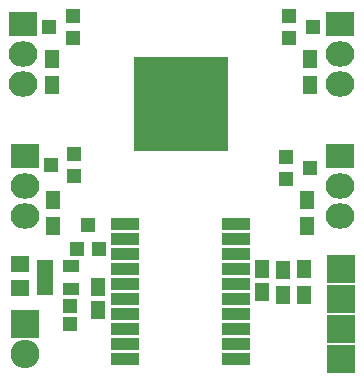
<source format=gbs>
G04 #@! TF.FileFunction,Soldermask,Bot*
%FSLAX46Y46*%
G04 Gerber Fmt 4.6, Leading zero omitted, Abs format (unit mm)*
G04 Created by KiCad (PCBNEW 4.0.2+dfsg1-stable) date Sat 12 Nov 2016 15:30:04 AEDT*
%MOMM*%
G01*
G04 APERTURE LIST*
%ADD10C,0.100000*%
%ADD11R,1.460000X1.050000*%
%ADD12R,1.150000X1.600000*%
%ADD13R,1.200100X1.200100*%
%ADD14R,2.432000X2.127200*%
%ADD15O,2.432000X2.127200*%
%ADD16R,2.350000X1.000000*%
%ADD17R,2.432000X2.432000*%
%ADD18O,2.432000X2.432000*%
%ADD19R,1.300000X1.600000*%
%ADD20R,2.400000X2.400000*%
%ADD21R,8.020000X8.020000*%
%ADD22R,1.650000X1.400000*%
%ADD23R,1.150000X1.200000*%
G04 APERTURE END LIST*
D10*
D11*
X192448000Y-119695000D03*
X192448000Y-118745000D03*
X192448000Y-117795000D03*
X194648000Y-117795000D03*
X194648000Y-119695000D03*
D12*
X196977000Y-121473000D03*
X196977000Y-119573000D03*
D13*
X194929760Y-108270000D03*
X194929760Y-110170000D03*
X192930780Y-109220000D03*
X197038000Y-116316760D03*
X195138000Y-116316760D03*
X196088000Y-114317780D03*
D14*
X190750000Y-108450000D03*
D15*
X190750000Y-110990000D03*
X190750000Y-113530000D03*
D16*
X208600000Y-114235000D03*
X208600000Y-115505000D03*
X208600000Y-116775000D03*
X208600000Y-118045000D03*
X208600000Y-119315000D03*
X208600000Y-120585000D03*
X208600000Y-121855000D03*
X208600000Y-123125000D03*
X208600000Y-124395000D03*
X208600000Y-125665000D03*
X199200000Y-125665000D03*
X199200000Y-124395000D03*
X199200000Y-123125000D03*
X199200000Y-121855000D03*
X199200000Y-120585000D03*
X199200000Y-119315000D03*
X199200000Y-118045000D03*
X199200000Y-116775000D03*
X199200000Y-115505000D03*
X199200000Y-114235000D03*
D13*
X213121240Y-98486000D03*
X213121240Y-96586000D03*
X215120220Y-97536000D03*
D17*
X190754000Y-122682000D03*
D18*
X190754000Y-125222000D03*
D12*
X210820000Y-119949000D03*
X210820000Y-118049000D03*
D14*
X190600000Y-97300000D03*
D15*
X190600000Y-99840000D03*
X190600000Y-102380000D03*
D14*
X217400000Y-97300000D03*
D15*
X217400000Y-99840000D03*
X217400000Y-102380000D03*
D13*
X194802760Y-96586000D03*
X194802760Y-98486000D03*
X192803780Y-97536000D03*
D19*
X214400000Y-118026000D03*
X214400000Y-120226000D03*
X212600000Y-118050000D03*
X212600000Y-120250000D03*
X193040000Y-100246000D03*
X193040000Y-102446000D03*
X214884000Y-100246000D03*
X214884000Y-102446000D03*
X193167000Y-112184000D03*
X193167000Y-114384000D03*
D20*
X217551000Y-117983000D03*
X217551000Y-120523000D03*
X217551000Y-123063000D03*
X217551000Y-125603000D03*
D14*
X217400000Y-108450000D03*
D15*
X217400000Y-110990000D03*
X217400000Y-113530000D03*
D13*
X212867240Y-110424000D03*
X212867240Y-108524000D03*
X214866220Y-109474000D03*
D19*
X214630000Y-112184000D03*
X214630000Y-114384000D03*
D21*
X204000000Y-104000000D03*
D22*
X190373000Y-119618000D03*
X190373000Y-117618000D03*
D23*
X194564000Y-121170000D03*
X194564000Y-122670000D03*
M02*

</source>
